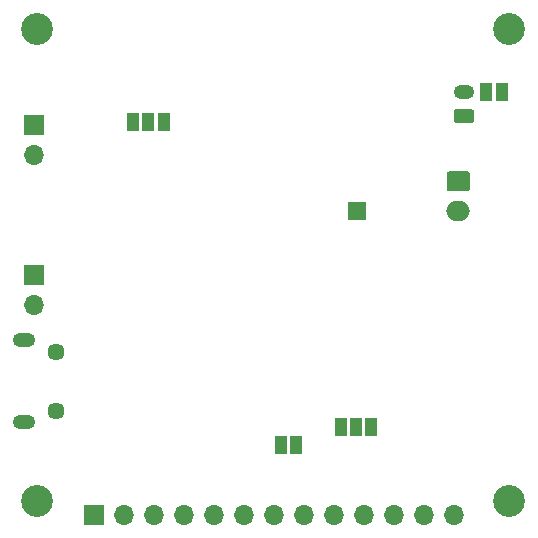
<source format=gbr>
G04 #@! TF.GenerationSoftware,KiCad,Pcbnew,(5.1.8)-1*
G04 #@! TF.CreationDate,2021-09-05T10:08:22+02:00*
G04 #@! TF.ProjectId,SuperPower-uC-KiCad,53757065-7250-46f7-9765-722d75432d4b,rev?*
G04 #@! TF.SameCoordinates,Original*
G04 #@! TF.FileFunction,Soldermask,Bot*
G04 #@! TF.FilePolarity,Negative*
%FSLAX46Y46*%
G04 Gerber Fmt 4.6, Leading zero omitted, Abs format (unit mm)*
G04 Created by KiCad (PCBNEW (5.1.8)-1) date 2021-09-05 10:08:22*
%MOMM*%
%LPD*%
G01*
G04 APERTURE LIST*
%ADD10R,1.000000X1.500000*%
%ADD11O,1.700000X1.700000*%
%ADD12R,1.700000X1.700000*%
%ADD13C,2.700000*%
%ADD14O,1.900000X1.200000*%
%ADD15C,1.450000*%
%ADD16O,1.750000X1.200000*%
%ADD17R,1.500000X1.500000*%
%ADD18O,2.000000X1.700000*%
G04 APERTURE END LIST*
D10*
X173822600Y-86233000D03*
X175122600Y-86233000D03*
X157708600Y-116078000D03*
X156408600Y-116078000D03*
X164088600Y-114554000D03*
X162788600Y-114554000D03*
X161488600Y-114554000D03*
D11*
X171043600Y-122047000D03*
X168503600Y-122047000D03*
X165963600Y-122047000D03*
X163423600Y-122047000D03*
X160883600Y-122047000D03*
X158343600Y-122047000D03*
X155803600Y-122047000D03*
X153263600Y-122047000D03*
X150723600Y-122047000D03*
X148183600Y-122047000D03*
X145643600Y-122047000D03*
X143103600Y-122047000D03*
D12*
X140563600Y-122047000D03*
D11*
X135483600Y-104267000D03*
D12*
X135483600Y-101727000D03*
D13*
X175768000Y-80848200D03*
X135763000Y-80848200D03*
X175768000Y-120853200D03*
X135763000Y-120853200D03*
D14*
X134670800Y-114202600D03*
X134670800Y-107202600D03*
D15*
X137370800Y-113202600D03*
X137370800Y-108202600D03*
D11*
X135483600Y-91567000D03*
D12*
X135483600Y-89027000D03*
D16*
X171907200Y-86258400D03*
G36*
G01*
X172532201Y-88858400D02*
X171282199Y-88858400D01*
G75*
G02*
X171032200Y-88608401I0J249999D01*
G01*
X171032200Y-87908399D01*
G75*
G02*
X171282199Y-87658400I249999J0D01*
G01*
X172532201Y-87658400D01*
G75*
G02*
X172782200Y-87908399I0J-249999D01*
G01*
X172782200Y-88608401D01*
G75*
G02*
X172532201Y-88858400I-249999J0D01*
G01*
G37*
D17*
X162864800Y-96291400D03*
D10*
X146486400Y-88773000D03*
X145186400Y-88773000D03*
X143886400Y-88773000D03*
D18*
X171450000Y-96291400D03*
G36*
G01*
X170700000Y-92941400D02*
X172200000Y-92941400D01*
G75*
G02*
X172450000Y-93191400I0J-250000D01*
G01*
X172450000Y-94391400D01*
G75*
G02*
X172200000Y-94641400I-250000J0D01*
G01*
X170700000Y-94641400D01*
G75*
G02*
X170450000Y-94391400I0J250000D01*
G01*
X170450000Y-93191400D01*
G75*
G02*
X170700000Y-92941400I250000J0D01*
G01*
G37*
M02*

</source>
